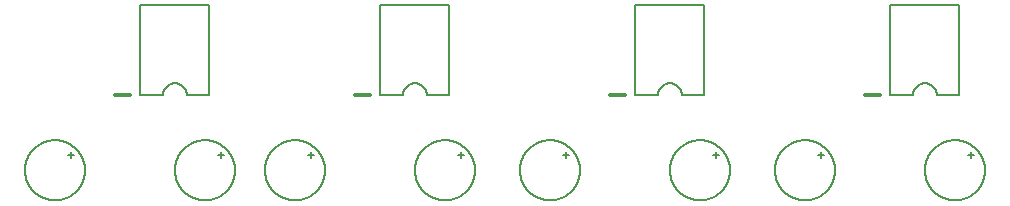
<source format=gbr>
G04 EAGLE Gerber RS-274X export*
G75*
%MOMM*%
%FSLAX34Y34*%
%LPD*%
%INSilkscreen Bottom*%
%IPPOS*%
%AMOC8*
5,1,8,0,0,1.08239X$1,22.5*%
G01*
%ADD10C,0.304800*%
%ADD11C,0.152400*%


D10*
X-127000Y-76200D02*
X-139700Y-76200D01*
X63500Y-76200D02*
X76200Y-76200D01*
X279400Y-76200D02*
X292100Y-76200D01*
X495300Y-76200D02*
X508000Y-76200D01*
D11*
X29210Y-127000D02*
X26670Y-127000D01*
X26670Y-129540D01*
X26670Y-127000D02*
X24130Y-127000D01*
X26670Y-127000D02*
X26670Y-124460D01*
X-12700Y-139700D02*
X-12692Y-139077D01*
X-12669Y-138454D01*
X-12631Y-137831D01*
X-12578Y-137210D01*
X-12509Y-136591D01*
X-12425Y-135973D01*
X-12326Y-135358D01*
X-12212Y-134745D01*
X-12083Y-134135D01*
X-11939Y-133528D01*
X-11780Y-132925D01*
X-11606Y-132327D01*
X-11418Y-131732D01*
X-11215Y-131143D01*
X-10998Y-130559D01*
X-10767Y-129980D01*
X-10521Y-129407D01*
X-10261Y-128840D01*
X-9988Y-128280D01*
X-9701Y-127727D01*
X-9400Y-127180D01*
X-9086Y-126642D01*
X-8759Y-126111D01*
X-8419Y-125589D01*
X-8067Y-125074D01*
X-7701Y-124569D01*
X-7324Y-124073D01*
X-6934Y-123586D01*
X-6533Y-123109D01*
X-6120Y-122642D01*
X-5696Y-122186D01*
X-5261Y-121739D01*
X-4814Y-121304D01*
X-4358Y-120880D01*
X-3891Y-120467D01*
X-3414Y-120066D01*
X-2927Y-119676D01*
X-2431Y-119299D01*
X-1926Y-118933D01*
X-1411Y-118581D01*
X-889Y-118241D01*
X-358Y-117914D01*
X180Y-117600D01*
X727Y-117299D01*
X1280Y-117012D01*
X1840Y-116739D01*
X2407Y-116479D01*
X2980Y-116233D01*
X3559Y-116002D01*
X4143Y-115785D01*
X4732Y-115582D01*
X5327Y-115394D01*
X5925Y-115220D01*
X6528Y-115061D01*
X7135Y-114917D01*
X7745Y-114788D01*
X8358Y-114674D01*
X8973Y-114575D01*
X9591Y-114491D01*
X10210Y-114422D01*
X10831Y-114369D01*
X11454Y-114331D01*
X12077Y-114308D01*
X12700Y-114300D01*
X13323Y-114308D01*
X13946Y-114331D01*
X14569Y-114369D01*
X15190Y-114422D01*
X15809Y-114491D01*
X16427Y-114575D01*
X17042Y-114674D01*
X17655Y-114788D01*
X18265Y-114917D01*
X18872Y-115061D01*
X19475Y-115220D01*
X20073Y-115394D01*
X20668Y-115582D01*
X21257Y-115785D01*
X21841Y-116002D01*
X22420Y-116233D01*
X22993Y-116479D01*
X23560Y-116739D01*
X24120Y-117012D01*
X24673Y-117299D01*
X25220Y-117600D01*
X25758Y-117914D01*
X26289Y-118241D01*
X26811Y-118581D01*
X27326Y-118933D01*
X27831Y-119299D01*
X28327Y-119676D01*
X28814Y-120066D01*
X29291Y-120467D01*
X29758Y-120880D01*
X30214Y-121304D01*
X30661Y-121739D01*
X31096Y-122186D01*
X31520Y-122642D01*
X31933Y-123109D01*
X32334Y-123586D01*
X32724Y-124073D01*
X33101Y-124569D01*
X33467Y-125074D01*
X33819Y-125589D01*
X34159Y-126111D01*
X34486Y-126642D01*
X34800Y-127180D01*
X35101Y-127727D01*
X35388Y-128280D01*
X35661Y-128840D01*
X35921Y-129407D01*
X36167Y-129980D01*
X36398Y-130559D01*
X36615Y-131143D01*
X36818Y-131732D01*
X37006Y-132327D01*
X37180Y-132925D01*
X37339Y-133528D01*
X37483Y-134135D01*
X37612Y-134745D01*
X37726Y-135358D01*
X37825Y-135973D01*
X37909Y-136591D01*
X37978Y-137210D01*
X38031Y-137831D01*
X38069Y-138454D01*
X38092Y-139077D01*
X38100Y-139700D01*
X38092Y-140323D01*
X38069Y-140946D01*
X38031Y-141569D01*
X37978Y-142190D01*
X37909Y-142809D01*
X37825Y-143427D01*
X37726Y-144042D01*
X37612Y-144655D01*
X37483Y-145265D01*
X37339Y-145872D01*
X37180Y-146475D01*
X37006Y-147073D01*
X36818Y-147668D01*
X36615Y-148257D01*
X36398Y-148841D01*
X36167Y-149420D01*
X35921Y-149993D01*
X35661Y-150560D01*
X35388Y-151120D01*
X35101Y-151673D01*
X34800Y-152220D01*
X34486Y-152758D01*
X34159Y-153289D01*
X33819Y-153811D01*
X33467Y-154326D01*
X33101Y-154831D01*
X32724Y-155327D01*
X32334Y-155814D01*
X31933Y-156291D01*
X31520Y-156758D01*
X31096Y-157214D01*
X30661Y-157661D01*
X30214Y-158096D01*
X29758Y-158520D01*
X29291Y-158933D01*
X28814Y-159334D01*
X28327Y-159724D01*
X27831Y-160101D01*
X27326Y-160467D01*
X26811Y-160819D01*
X26289Y-161159D01*
X25758Y-161486D01*
X25220Y-161800D01*
X24673Y-162101D01*
X24120Y-162388D01*
X23560Y-162661D01*
X22993Y-162921D01*
X22420Y-163167D01*
X21841Y-163398D01*
X21257Y-163615D01*
X20668Y-163818D01*
X20073Y-164006D01*
X19475Y-164180D01*
X18872Y-164339D01*
X18265Y-164483D01*
X17655Y-164612D01*
X17042Y-164726D01*
X16427Y-164825D01*
X15809Y-164909D01*
X15190Y-164978D01*
X14569Y-165031D01*
X13946Y-165069D01*
X13323Y-165092D01*
X12700Y-165100D01*
X12077Y-165092D01*
X11454Y-165069D01*
X10831Y-165031D01*
X10210Y-164978D01*
X9591Y-164909D01*
X8973Y-164825D01*
X8358Y-164726D01*
X7745Y-164612D01*
X7135Y-164483D01*
X6528Y-164339D01*
X5925Y-164180D01*
X5327Y-164006D01*
X4732Y-163818D01*
X4143Y-163615D01*
X3559Y-163398D01*
X2980Y-163167D01*
X2407Y-162921D01*
X1840Y-162661D01*
X1280Y-162388D01*
X727Y-162101D01*
X180Y-161800D01*
X-358Y-161486D01*
X-889Y-161159D01*
X-1411Y-160819D01*
X-1926Y-160467D01*
X-2431Y-160101D01*
X-2927Y-159724D01*
X-3414Y-159334D01*
X-3891Y-158933D01*
X-4358Y-158520D01*
X-4814Y-158096D01*
X-5261Y-157661D01*
X-5696Y-157214D01*
X-6120Y-156758D01*
X-6533Y-156291D01*
X-6934Y-155814D01*
X-7324Y-155327D01*
X-7701Y-154831D01*
X-8067Y-154326D01*
X-8419Y-153811D01*
X-8759Y-153289D01*
X-9086Y-152758D01*
X-9400Y-152220D01*
X-9701Y-151673D01*
X-9988Y-151120D01*
X-10261Y-150560D01*
X-10521Y-149993D01*
X-10767Y-149420D01*
X-10998Y-148841D01*
X-11215Y-148257D01*
X-11418Y-147668D01*
X-11606Y-147073D01*
X-11780Y-146475D01*
X-11939Y-145872D01*
X-12083Y-145265D01*
X-12212Y-144655D01*
X-12326Y-144042D01*
X-12425Y-143427D01*
X-12509Y-142809D01*
X-12578Y-142190D01*
X-12631Y-141569D01*
X-12669Y-140946D01*
X-12692Y-140323D01*
X-12700Y-139700D01*
X242570Y-127000D02*
X245110Y-127000D01*
X242570Y-127000D02*
X242570Y-129540D01*
X242570Y-127000D02*
X240030Y-127000D01*
X242570Y-127000D02*
X242570Y-124460D01*
X203200Y-139700D02*
X203208Y-139077D01*
X203231Y-138454D01*
X203269Y-137831D01*
X203322Y-137210D01*
X203391Y-136591D01*
X203475Y-135973D01*
X203574Y-135358D01*
X203688Y-134745D01*
X203817Y-134135D01*
X203961Y-133528D01*
X204120Y-132925D01*
X204294Y-132327D01*
X204482Y-131732D01*
X204685Y-131143D01*
X204902Y-130559D01*
X205133Y-129980D01*
X205379Y-129407D01*
X205639Y-128840D01*
X205912Y-128280D01*
X206199Y-127727D01*
X206500Y-127180D01*
X206814Y-126642D01*
X207141Y-126111D01*
X207481Y-125589D01*
X207833Y-125074D01*
X208199Y-124569D01*
X208576Y-124073D01*
X208966Y-123586D01*
X209367Y-123109D01*
X209780Y-122642D01*
X210204Y-122186D01*
X210639Y-121739D01*
X211086Y-121304D01*
X211542Y-120880D01*
X212009Y-120467D01*
X212486Y-120066D01*
X212973Y-119676D01*
X213469Y-119299D01*
X213974Y-118933D01*
X214489Y-118581D01*
X215011Y-118241D01*
X215542Y-117914D01*
X216080Y-117600D01*
X216627Y-117299D01*
X217180Y-117012D01*
X217740Y-116739D01*
X218307Y-116479D01*
X218880Y-116233D01*
X219459Y-116002D01*
X220043Y-115785D01*
X220632Y-115582D01*
X221227Y-115394D01*
X221825Y-115220D01*
X222428Y-115061D01*
X223035Y-114917D01*
X223645Y-114788D01*
X224258Y-114674D01*
X224873Y-114575D01*
X225491Y-114491D01*
X226110Y-114422D01*
X226731Y-114369D01*
X227354Y-114331D01*
X227977Y-114308D01*
X228600Y-114300D01*
X229223Y-114308D01*
X229846Y-114331D01*
X230469Y-114369D01*
X231090Y-114422D01*
X231709Y-114491D01*
X232327Y-114575D01*
X232942Y-114674D01*
X233555Y-114788D01*
X234165Y-114917D01*
X234772Y-115061D01*
X235375Y-115220D01*
X235973Y-115394D01*
X236568Y-115582D01*
X237157Y-115785D01*
X237741Y-116002D01*
X238320Y-116233D01*
X238893Y-116479D01*
X239460Y-116739D01*
X240020Y-117012D01*
X240573Y-117299D01*
X241120Y-117600D01*
X241658Y-117914D01*
X242189Y-118241D01*
X242711Y-118581D01*
X243226Y-118933D01*
X243731Y-119299D01*
X244227Y-119676D01*
X244714Y-120066D01*
X245191Y-120467D01*
X245658Y-120880D01*
X246114Y-121304D01*
X246561Y-121739D01*
X246996Y-122186D01*
X247420Y-122642D01*
X247833Y-123109D01*
X248234Y-123586D01*
X248624Y-124073D01*
X249001Y-124569D01*
X249367Y-125074D01*
X249719Y-125589D01*
X250059Y-126111D01*
X250386Y-126642D01*
X250700Y-127180D01*
X251001Y-127727D01*
X251288Y-128280D01*
X251561Y-128840D01*
X251821Y-129407D01*
X252067Y-129980D01*
X252298Y-130559D01*
X252515Y-131143D01*
X252718Y-131732D01*
X252906Y-132327D01*
X253080Y-132925D01*
X253239Y-133528D01*
X253383Y-134135D01*
X253512Y-134745D01*
X253626Y-135358D01*
X253725Y-135973D01*
X253809Y-136591D01*
X253878Y-137210D01*
X253931Y-137831D01*
X253969Y-138454D01*
X253992Y-139077D01*
X254000Y-139700D01*
X253992Y-140323D01*
X253969Y-140946D01*
X253931Y-141569D01*
X253878Y-142190D01*
X253809Y-142809D01*
X253725Y-143427D01*
X253626Y-144042D01*
X253512Y-144655D01*
X253383Y-145265D01*
X253239Y-145872D01*
X253080Y-146475D01*
X252906Y-147073D01*
X252718Y-147668D01*
X252515Y-148257D01*
X252298Y-148841D01*
X252067Y-149420D01*
X251821Y-149993D01*
X251561Y-150560D01*
X251288Y-151120D01*
X251001Y-151673D01*
X250700Y-152220D01*
X250386Y-152758D01*
X250059Y-153289D01*
X249719Y-153811D01*
X249367Y-154326D01*
X249001Y-154831D01*
X248624Y-155327D01*
X248234Y-155814D01*
X247833Y-156291D01*
X247420Y-156758D01*
X246996Y-157214D01*
X246561Y-157661D01*
X246114Y-158096D01*
X245658Y-158520D01*
X245191Y-158933D01*
X244714Y-159334D01*
X244227Y-159724D01*
X243731Y-160101D01*
X243226Y-160467D01*
X242711Y-160819D01*
X242189Y-161159D01*
X241658Y-161486D01*
X241120Y-161800D01*
X240573Y-162101D01*
X240020Y-162388D01*
X239460Y-162661D01*
X238893Y-162921D01*
X238320Y-163167D01*
X237741Y-163398D01*
X237157Y-163615D01*
X236568Y-163818D01*
X235973Y-164006D01*
X235375Y-164180D01*
X234772Y-164339D01*
X234165Y-164483D01*
X233555Y-164612D01*
X232942Y-164726D01*
X232327Y-164825D01*
X231709Y-164909D01*
X231090Y-164978D01*
X230469Y-165031D01*
X229846Y-165069D01*
X229223Y-165092D01*
X228600Y-165100D01*
X227977Y-165092D01*
X227354Y-165069D01*
X226731Y-165031D01*
X226110Y-164978D01*
X225491Y-164909D01*
X224873Y-164825D01*
X224258Y-164726D01*
X223645Y-164612D01*
X223035Y-164483D01*
X222428Y-164339D01*
X221825Y-164180D01*
X221227Y-164006D01*
X220632Y-163818D01*
X220043Y-163615D01*
X219459Y-163398D01*
X218880Y-163167D01*
X218307Y-162921D01*
X217740Y-162661D01*
X217180Y-162388D01*
X216627Y-162101D01*
X216080Y-161800D01*
X215542Y-161486D01*
X215011Y-161159D01*
X214489Y-160819D01*
X213974Y-160467D01*
X213469Y-160101D01*
X212973Y-159724D01*
X212486Y-159334D01*
X212009Y-158933D01*
X211542Y-158520D01*
X211086Y-158096D01*
X210639Y-157661D01*
X210204Y-157214D01*
X209780Y-156758D01*
X209367Y-156291D01*
X208966Y-155814D01*
X208576Y-155327D01*
X208199Y-154831D01*
X207833Y-154326D01*
X207481Y-153811D01*
X207141Y-153289D01*
X206814Y-152758D01*
X206500Y-152220D01*
X206199Y-151673D01*
X205912Y-151120D01*
X205639Y-150560D01*
X205379Y-149993D01*
X205133Y-149420D01*
X204902Y-148841D01*
X204685Y-148257D01*
X204482Y-147668D01*
X204294Y-147073D01*
X204120Y-146475D01*
X203961Y-145872D01*
X203817Y-145265D01*
X203688Y-144655D01*
X203574Y-144042D01*
X203475Y-143427D01*
X203391Y-142809D01*
X203322Y-142190D01*
X203269Y-141569D01*
X203231Y-140946D01*
X203208Y-140323D01*
X203200Y-139700D01*
X458470Y-127000D02*
X461010Y-127000D01*
X458470Y-127000D02*
X458470Y-129540D01*
X458470Y-127000D02*
X455930Y-127000D01*
X458470Y-127000D02*
X458470Y-124460D01*
X419100Y-139700D02*
X419108Y-139077D01*
X419131Y-138454D01*
X419169Y-137831D01*
X419222Y-137210D01*
X419291Y-136591D01*
X419375Y-135973D01*
X419474Y-135358D01*
X419588Y-134745D01*
X419717Y-134135D01*
X419861Y-133528D01*
X420020Y-132925D01*
X420194Y-132327D01*
X420382Y-131732D01*
X420585Y-131143D01*
X420802Y-130559D01*
X421033Y-129980D01*
X421279Y-129407D01*
X421539Y-128840D01*
X421812Y-128280D01*
X422099Y-127727D01*
X422400Y-127180D01*
X422714Y-126642D01*
X423041Y-126111D01*
X423381Y-125589D01*
X423733Y-125074D01*
X424099Y-124569D01*
X424476Y-124073D01*
X424866Y-123586D01*
X425267Y-123109D01*
X425680Y-122642D01*
X426104Y-122186D01*
X426539Y-121739D01*
X426986Y-121304D01*
X427442Y-120880D01*
X427909Y-120467D01*
X428386Y-120066D01*
X428873Y-119676D01*
X429369Y-119299D01*
X429874Y-118933D01*
X430389Y-118581D01*
X430911Y-118241D01*
X431442Y-117914D01*
X431980Y-117600D01*
X432527Y-117299D01*
X433080Y-117012D01*
X433640Y-116739D01*
X434207Y-116479D01*
X434780Y-116233D01*
X435359Y-116002D01*
X435943Y-115785D01*
X436532Y-115582D01*
X437127Y-115394D01*
X437725Y-115220D01*
X438328Y-115061D01*
X438935Y-114917D01*
X439545Y-114788D01*
X440158Y-114674D01*
X440773Y-114575D01*
X441391Y-114491D01*
X442010Y-114422D01*
X442631Y-114369D01*
X443254Y-114331D01*
X443877Y-114308D01*
X444500Y-114300D01*
X445123Y-114308D01*
X445746Y-114331D01*
X446369Y-114369D01*
X446990Y-114422D01*
X447609Y-114491D01*
X448227Y-114575D01*
X448842Y-114674D01*
X449455Y-114788D01*
X450065Y-114917D01*
X450672Y-115061D01*
X451275Y-115220D01*
X451873Y-115394D01*
X452468Y-115582D01*
X453057Y-115785D01*
X453641Y-116002D01*
X454220Y-116233D01*
X454793Y-116479D01*
X455360Y-116739D01*
X455920Y-117012D01*
X456473Y-117299D01*
X457020Y-117600D01*
X457558Y-117914D01*
X458089Y-118241D01*
X458611Y-118581D01*
X459126Y-118933D01*
X459631Y-119299D01*
X460127Y-119676D01*
X460614Y-120066D01*
X461091Y-120467D01*
X461558Y-120880D01*
X462014Y-121304D01*
X462461Y-121739D01*
X462896Y-122186D01*
X463320Y-122642D01*
X463733Y-123109D01*
X464134Y-123586D01*
X464524Y-124073D01*
X464901Y-124569D01*
X465267Y-125074D01*
X465619Y-125589D01*
X465959Y-126111D01*
X466286Y-126642D01*
X466600Y-127180D01*
X466901Y-127727D01*
X467188Y-128280D01*
X467461Y-128840D01*
X467721Y-129407D01*
X467967Y-129980D01*
X468198Y-130559D01*
X468415Y-131143D01*
X468618Y-131732D01*
X468806Y-132327D01*
X468980Y-132925D01*
X469139Y-133528D01*
X469283Y-134135D01*
X469412Y-134745D01*
X469526Y-135358D01*
X469625Y-135973D01*
X469709Y-136591D01*
X469778Y-137210D01*
X469831Y-137831D01*
X469869Y-138454D01*
X469892Y-139077D01*
X469900Y-139700D01*
X469892Y-140323D01*
X469869Y-140946D01*
X469831Y-141569D01*
X469778Y-142190D01*
X469709Y-142809D01*
X469625Y-143427D01*
X469526Y-144042D01*
X469412Y-144655D01*
X469283Y-145265D01*
X469139Y-145872D01*
X468980Y-146475D01*
X468806Y-147073D01*
X468618Y-147668D01*
X468415Y-148257D01*
X468198Y-148841D01*
X467967Y-149420D01*
X467721Y-149993D01*
X467461Y-150560D01*
X467188Y-151120D01*
X466901Y-151673D01*
X466600Y-152220D01*
X466286Y-152758D01*
X465959Y-153289D01*
X465619Y-153811D01*
X465267Y-154326D01*
X464901Y-154831D01*
X464524Y-155327D01*
X464134Y-155814D01*
X463733Y-156291D01*
X463320Y-156758D01*
X462896Y-157214D01*
X462461Y-157661D01*
X462014Y-158096D01*
X461558Y-158520D01*
X461091Y-158933D01*
X460614Y-159334D01*
X460127Y-159724D01*
X459631Y-160101D01*
X459126Y-160467D01*
X458611Y-160819D01*
X458089Y-161159D01*
X457558Y-161486D01*
X457020Y-161800D01*
X456473Y-162101D01*
X455920Y-162388D01*
X455360Y-162661D01*
X454793Y-162921D01*
X454220Y-163167D01*
X453641Y-163398D01*
X453057Y-163615D01*
X452468Y-163818D01*
X451873Y-164006D01*
X451275Y-164180D01*
X450672Y-164339D01*
X450065Y-164483D01*
X449455Y-164612D01*
X448842Y-164726D01*
X448227Y-164825D01*
X447609Y-164909D01*
X446990Y-164978D01*
X446369Y-165031D01*
X445746Y-165069D01*
X445123Y-165092D01*
X444500Y-165100D01*
X443877Y-165092D01*
X443254Y-165069D01*
X442631Y-165031D01*
X442010Y-164978D01*
X441391Y-164909D01*
X440773Y-164825D01*
X440158Y-164726D01*
X439545Y-164612D01*
X438935Y-164483D01*
X438328Y-164339D01*
X437725Y-164180D01*
X437127Y-164006D01*
X436532Y-163818D01*
X435943Y-163615D01*
X435359Y-163398D01*
X434780Y-163167D01*
X434207Y-162921D01*
X433640Y-162661D01*
X433080Y-162388D01*
X432527Y-162101D01*
X431980Y-161800D01*
X431442Y-161486D01*
X430911Y-161159D01*
X430389Y-160819D01*
X429874Y-160467D01*
X429369Y-160101D01*
X428873Y-159724D01*
X428386Y-159334D01*
X427909Y-158933D01*
X427442Y-158520D01*
X426986Y-158096D01*
X426539Y-157661D01*
X426104Y-157214D01*
X425680Y-156758D01*
X425267Y-156291D01*
X424866Y-155814D01*
X424476Y-155327D01*
X424099Y-154831D01*
X423733Y-154326D01*
X423381Y-153811D01*
X423041Y-153289D01*
X422714Y-152758D01*
X422400Y-152220D01*
X422099Y-151673D01*
X421812Y-151120D01*
X421539Y-150560D01*
X421279Y-149993D01*
X421033Y-149420D01*
X420802Y-148841D01*
X420585Y-148257D01*
X420382Y-147668D01*
X420194Y-147073D01*
X420020Y-146475D01*
X419861Y-145872D01*
X419717Y-145265D01*
X419588Y-144655D01*
X419474Y-144042D01*
X419375Y-143427D01*
X419291Y-142809D01*
X419222Y-142190D01*
X419169Y-141569D01*
X419131Y-140946D01*
X419108Y-140323D01*
X419100Y-139700D01*
X-47420Y-126460D02*
X-49959Y-126544D01*
X-49875Y-129082D01*
X-49959Y-126544D02*
X-52497Y-126628D01*
X-49959Y-126544D02*
X-50043Y-124005D01*
X-88900Y-139700D02*
X-88892Y-139077D01*
X-88869Y-138454D01*
X-88831Y-137831D01*
X-88778Y-137210D01*
X-88709Y-136591D01*
X-88625Y-135973D01*
X-88526Y-135358D01*
X-88412Y-134745D01*
X-88283Y-134135D01*
X-88139Y-133528D01*
X-87980Y-132925D01*
X-87806Y-132327D01*
X-87618Y-131732D01*
X-87415Y-131143D01*
X-87198Y-130559D01*
X-86967Y-129980D01*
X-86721Y-129407D01*
X-86461Y-128840D01*
X-86188Y-128280D01*
X-85901Y-127727D01*
X-85600Y-127180D01*
X-85286Y-126642D01*
X-84959Y-126111D01*
X-84619Y-125589D01*
X-84267Y-125074D01*
X-83901Y-124569D01*
X-83524Y-124073D01*
X-83134Y-123586D01*
X-82733Y-123109D01*
X-82320Y-122642D01*
X-81896Y-122186D01*
X-81461Y-121739D01*
X-81014Y-121304D01*
X-80558Y-120880D01*
X-80091Y-120467D01*
X-79614Y-120066D01*
X-79127Y-119676D01*
X-78631Y-119299D01*
X-78126Y-118933D01*
X-77611Y-118581D01*
X-77089Y-118241D01*
X-76558Y-117914D01*
X-76020Y-117600D01*
X-75473Y-117299D01*
X-74920Y-117012D01*
X-74360Y-116739D01*
X-73793Y-116479D01*
X-73220Y-116233D01*
X-72641Y-116002D01*
X-72057Y-115785D01*
X-71468Y-115582D01*
X-70873Y-115394D01*
X-70275Y-115220D01*
X-69672Y-115061D01*
X-69065Y-114917D01*
X-68455Y-114788D01*
X-67842Y-114674D01*
X-67227Y-114575D01*
X-66609Y-114491D01*
X-65990Y-114422D01*
X-65369Y-114369D01*
X-64746Y-114331D01*
X-64123Y-114308D01*
X-63500Y-114300D01*
X-62877Y-114308D01*
X-62254Y-114331D01*
X-61631Y-114369D01*
X-61010Y-114422D01*
X-60391Y-114491D01*
X-59773Y-114575D01*
X-59158Y-114674D01*
X-58545Y-114788D01*
X-57935Y-114917D01*
X-57328Y-115061D01*
X-56725Y-115220D01*
X-56127Y-115394D01*
X-55532Y-115582D01*
X-54943Y-115785D01*
X-54359Y-116002D01*
X-53780Y-116233D01*
X-53207Y-116479D01*
X-52640Y-116739D01*
X-52080Y-117012D01*
X-51527Y-117299D01*
X-50980Y-117600D01*
X-50442Y-117914D01*
X-49911Y-118241D01*
X-49389Y-118581D01*
X-48874Y-118933D01*
X-48369Y-119299D01*
X-47873Y-119676D01*
X-47386Y-120066D01*
X-46909Y-120467D01*
X-46442Y-120880D01*
X-45986Y-121304D01*
X-45539Y-121739D01*
X-45104Y-122186D01*
X-44680Y-122642D01*
X-44267Y-123109D01*
X-43866Y-123586D01*
X-43476Y-124073D01*
X-43099Y-124569D01*
X-42733Y-125074D01*
X-42381Y-125589D01*
X-42041Y-126111D01*
X-41714Y-126642D01*
X-41400Y-127180D01*
X-41099Y-127727D01*
X-40812Y-128280D01*
X-40539Y-128840D01*
X-40279Y-129407D01*
X-40033Y-129980D01*
X-39802Y-130559D01*
X-39585Y-131143D01*
X-39382Y-131732D01*
X-39194Y-132327D01*
X-39020Y-132925D01*
X-38861Y-133528D01*
X-38717Y-134135D01*
X-38588Y-134745D01*
X-38474Y-135358D01*
X-38375Y-135973D01*
X-38291Y-136591D01*
X-38222Y-137210D01*
X-38169Y-137831D01*
X-38131Y-138454D01*
X-38108Y-139077D01*
X-38100Y-139700D01*
X-38108Y-140323D01*
X-38131Y-140946D01*
X-38169Y-141569D01*
X-38222Y-142190D01*
X-38291Y-142809D01*
X-38375Y-143427D01*
X-38474Y-144042D01*
X-38588Y-144655D01*
X-38717Y-145265D01*
X-38861Y-145872D01*
X-39020Y-146475D01*
X-39194Y-147073D01*
X-39382Y-147668D01*
X-39585Y-148257D01*
X-39802Y-148841D01*
X-40033Y-149420D01*
X-40279Y-149993D01*
X-40539Y-150560D01*
X-40812Y-151120D01*
X-41099Y-151673D01*
X-41400Y-152220D01*
X-41714Y-152758D01*
X-42041Y-153289D01*
X-42381Y-153811D01*
X-42733Y-154326D01*
X-43099Y-154831D01*
X-43476Y-155327D01*
X-43866Y-155814D01*
X-44267Y-156291D01*
X-44680Y-156758D01*
X-45104Y-157214D01*
X-45539Y-157661D01*
X-45986Y-158096D01*
X-46442Y-158520D01*
X-46909Y-158933D01*
X-47386Y-159334D01*
X-47873Y-159724D01*
X-48369Y-160101D01*
X-48874Y-160467D01*
X-49389Y-160819D01*
X-49911Y-161159D01*
X-50442Y-161486D01*
X-50980Y-161800D01*
X-51527Y-162101D01*
X-52080Y-162388D01*
X-52640Y-162661D01*
X-53207Y-162921D01*
X-53780Y-163167D01*
X-54359Y-163398D01*
X-54943Y-163615D01*
X-55532Y-163818D01*
X-56127Y-164006D01*
X-56725Y-164180D01*
X-57328Y-164339D01*
X-57935Y-164483D01*
X-58545Y-164612D01*
X-59158Y-164726D01*
X-59773Y-164825D01*
X-60391Y-164909D01*
X-61010Y-164978D01*
X-61631Y-165031D01*
X-62254Y-165069D01*
X-62877Y-165092D01*
X-63500Y-165100D01*
X-64123Y-165092D01*
X-64746Y-165069D01*
X-65369Y-165031D01*
X-65990Y-164978D01*
X-66609Y-164909D01*
X-67227Y-164825D01*
X-67842Y-164726D01*
X-68455Y-164612D01*
X-69065Y-164483D01*
X-69672Y-164339D01*
X-70275Y-164180D01*
X-70873Y-164006D01*
X-71468Y-163818D01*
X-72057Y-163615D01*
X-72641Y-163398D01*
X-73220Y-163167D01*
X-73793Y-162921D01*
X-74360Y-162661D01*
X-74920Y-162388D01*
X-75473Y-162101D01*
X-76020Y-161800D01*
X-76558Y-161486D01*
X-77089Y-161159D01*
X-77611Y-160819D01*
X-78126Y-160467D01*
X-78631Y-160101D01*
X-79127Y-159724D01*
X-79614Y-159334D01*
X-80091Y-158933D01*
X-80558Y-158520D01*
X-81014Y-158096D01*
X-81461Y-157661D01*
X-81896Y-157214D01*
X-82320Y-156758D01*
X-82733Y-156291D01*
X-83134Y-155814D01*
X-83524Y-155327D01*
X-83901Y-154831D01*
X-84267Y-154326D01*
X-84619Y-153811D01*
X-84959Y-153289D01*
X-85286Y-152758D01*
X-85600Y-152220D01*
X-85901Y-151673D01*
X-86188Y-151120D01*
X-86461Y-150560D01*
X-86721Y-149993D01*
X-86967Y-149420D01*
X-87198Y-148841D01*
X-87415Y-148257D01*
X-87618Y-147668D01*
X-87806Y-147073D01*
X-87980Y-146475D01*
X-88139Y-145872D01*
X-88283Y-145265D01*
X-88412Y-144655D01*
X-88526Y-144042D01*
X-88625Y-143427D01*
X-88709Y-142809D01*
X-88778Y-142190D01*
X-88831Y-141569D01*
X-88869Y-140946D01*
X-88892Y-140323D01*
X-88900Y-139700D01*
X153670Y-127000D02*
X156210Y-127000D01*
X153670Y-127000D02*
X153670Y-129540D01*
X153670Y-127000D02*
X151130Y-127000D01*
X153670Y-127000D02*
X153670Y-124460D01*
X114300Y-139700D02*
X114308Y-139077D01*
X114331Y-138454D01*
X114369Y-137831D01*
X114422Y-137210D01*
X114491Y-136591D01*
X114575Y-135973D01*
X114674Y-135358D01*
X114788Y-134745D01*
X114917Y-134135D01*
X115061Y-133528D01*
X115220Y-132925D01*
X115394Y-132327D01*
X115582Y-131732D01*
X115785Y-131143D01*
X116002Y-130559D01*
X116233Y-129980D01*
X116479Y-129407D01*
X116739Y-128840D01*
X117012Y-128280D01*
X117299Y-127727D01*
X117600Y-127180D01*
X117914Y-126642D01*
X118241Y-126111D01*
X118581Y-125589D01*
X118933Y-125074D01*
X119299Y-124569D01*
X119676Y-124073D01*
X120066Y-123586D01*
X120467Y-123109D01*
X120880Y-122642D01*
X121304Y-122186D01*
X121739Y-121739D01*
X122186Y-121304D01*
X122642Y-120880D01*
X123109Y-120467D01*
X123586Y-120066D01*
X124073Y-119676D01*
X124569Y-119299D01*
X125074Y-118933D01*
X125589Y-118581D01*
X126111Y-118241D01*
X126642Y-117914D01*
X127180Y-117600D01*
X127727Y-117299D01*
X128280Y-117012D01*
X128840Y-116739D01*
X129407Y-116479D01*
X129980Y-116233D01*
X130559Y-116002D01*
X131143Y-115785D01*
X131732Y-115582D01*
X132327Y-115394D01*
X132925Y-115220D01*
X133528Y-115061D01*
X134135Y-114917D01*
X134745Y-114788D01*
X135358Y-114674D01*
X135973Y-114575D01*
X136591Y-114491D01*
X137210Y-114422D01*
X137831Y-114369D01*
X138454Y-114331D01*
X139077Y-114308D01*
X139700Y-114300D01*
X140323Y-114308D01*
X140946Y-114331D01*
X141569Y-114369D01*
X142190Y-114422D01*
X142809Y-114491D01*
X143427Y-114575D01*
X144042Y-114674D01*
X144655Y-114788D01*
X145265Y-114917D01*
X145872Y-115061D01*
X146475Y-115220D01*
X147073Y-115394D01*
X147668Y-115582D01*
X148257Y-115785D01*
X148841Y-116002D01*
X149420Y-116233D01*
X149993Y-116479D01*
X150560Y-116739D01*
X151120Y-117012D01*
X151673Y-117299D01*
X152220Y-117600D01*
X152758Y-117914D01*
X153289Y-118241D01*
X153811Y-118581D01*
X154326Y-118933D01*
X154831Y-119299D01*
X155327Y-119676D01*
X155814Y-120066D01*
X156291Y-120467D01*
X156758Y-120880D01*
X157214Y-121304D01*
X157661Y-121739D01*
X158096Y-122186D01*
X158520Y-122642D01*
X158933Y-123109D01*
X159334Y-123586D01*
X159724Y-124073D01*
X160101Y-124569D01*
X160467Y-125074D01*
X160819Y-125589D01*
X161159Y-126111D01*
X161486Y-126642D01*
X161800Y-127180D01*
X162101Y-127727D01*
X162388Y-128280D01*
X162661Y-128840D01*
X162921Y-129407D01*
X163167Y-129980D01*
X163398Y-130559D01*
X163615Y-131143D01*
X163818Y-131732D01*
X164006Y-132327D01*
X164180Y-132925D01*
X164339Y-133528D01*
X164483Y-134135D01*
X164612Y-134745D01*
X164726Y-135358D01*
X164825Y-135973D01*
X164909Y-136591D01*
X164978Y-137210D01*
X165031Y-137831D01*
X165069Y-138454D01*
X165092Y-139077D01*
X165100Y-139700D01*
X165092Y-140323D01*
X165069Y-140946D01*
X165031Y-141569D01*
X164978Y-142190D01*
X164909Y-142809D01*
X164825Y-143427D01*
X164726Y-144042D01*
X164612Y-144655D01*
X164483Y-145265D01*
X164339Y-145872D01*
X164180Y-146475D01*
X164006Y-147073D01*
X163818Y-147668D01*
X163615Y-148257D01*
X163398Y-148841D01*
X163167Y-149420D01*
X162921Y-149993D01*
X162661Y-150560D01*
X162388Y-151120D01*
X162101Y-151673D01*
X161800Y-152220D01*
X161486Y-152758D01*
X161159Y-153289D01*
X160819Y-153811D01*
X160467Y-154326D01*
X160101Y-154831D01*
X159724Y-155327D01*
X159334Y-155814D01*
X158933Y-156291D01*
X158520Y-156758D01*
X158096Y-157214D01*
X157661Y-157661D01*
X157214Y-158096D01*
X156758Y-158520D01*
X156291Y-158933D01*
X155814Y-159334D01*
X155327Y-159724D01*
X154831Y-160101D01*
X154326Y-160467D01*
X153811Y-160819D01*
X153289Y-161159D01*
X152758Y-161486D01*
X152220Y-161800D01*
X151673Y-162101D01*
X151120Y-162388D01*
X150560Y-162661D01*
X149993Y-162921D01*
X149420Y-163167D01*
X148841Y-163398D01*
X148257Y-163615D01*
X147668Y-163818D01*
X147073Y-164006D01*
X146475Y-164180D01*
X145872Y-164339D01*
X145265Y-164483D01*
X144655Y-164612D01*
X144042Y-164726D01*
X143427Y-164825D01*
X142809Y-164909D01*
X142190Y-164978D01*
X141569Y-165031D01*
X140946Y-165069D01*
X140323Y-165092D01*
X139700Y-165100D01*
X139077Y-165092D01*
X138454Y-165069D01*
X137831Y-165031D01*
X137210Y-164978D01*
X136591Y-164909D01*
X135973Y-164825D01*
X135358Y-164726D01*
X134745Y-164612D01*
X134135Y-164483D01*
X133528Y-164339D01*
X132925Y-164180D01*
X132327Y-164006D01*
X131732Y-163818D01*
X131143Y-163615D01*
X130559Y-163398D01*
X129980Y-163167D01*
X129407Y-162921D01*
X128840Y-162661D01*
X128280Y-162388D01*
X127727Y-162101D01*
X127180Y-161800D01*
X126642Y-161486D01*
X126111Y-161159D01*
X125589Y-160819D01*
X125074Y-160467D01*
X124569Y-160101D01*
X124073Y-159724D01*
X123586Y-159334D01*
X123109Y-158933D01*
X122642Y-158520D01*
X122186Y-158096D01*
X121739Y-157661D01*
X121304Y-157214D01*
X120880Y-156758D01*
X120467Y-156291D01*
X120066Y-155814D01*
X119676Y-155327D01*
X119299Y-154831D01*
X118933Y-154326D01*
X118581Y-153811D01*
X118241Y-153289D01*
X117914Y-152758D01*
X117600Y-152220D01*
X117299Y-151673D01*
X117012Y-151120D01*
X116739Y-150560D01*
X116479Y-149993D01*
X116233Y-149420D01*
X116002Y-148841D01*
X115785Y-148257D01*
X115582Y-147668D01*
X115394Y-147073D01*
X115220Y-146475D01*
X115061Y-145872D01*
X114917Y-145265D01*
X114788Y-144655D01*
X114674Y-144042D01*
X114575Y-143427D01*
X114491Y-142809D01*
X114422Y-142190D01*
X114369Y-141569D01*
X114331Y-140946D01*
X114308Y-140323D01*
X114300Y-139700D01*
X369570Y-127000D02*
X372110Y-127000D01*
X369570Y-127000D02*
X369570Y-129540D01*
X369570Y-127000D02*
X367030Y-127000D01*
X369570Y-127000D02*
X369570Y-124460D01*
X330200Y-139700D02*
X330208Y-139077D01*
X330231Y-138454D01*
X330269Y-137831D01*
X330322Y-137210D01*
X330391Y-136591D01*
X330475Y-135973D01*
X330574Y-135358D01*
X330688Y-134745D01*
X330817Y-134135D01*
X330961Y-133528D01*
X331120Y-132925D01*
X331294Y-132327D01*
X331482Y-131732D01*
X331685Y-131143D01*
X331902Y-130559D01*
X332133Y-129980D01*
X332379Y-129407D01*
X332639Y-128840D01*
X332912Y-128280D01*
X333199Y-127727D01*
X333500Y-127180D01*
X333814Y-126642D01*
X334141Y-126111D01*
X334481Y-125589D01*
X334833Y-125074D01*
X335199Y-124569D01*
X335576Y-124073D01*
X335966Y-123586D01*
X336367Y-123109D01*
X336780Y-122642D01*
X337204Y-122186D01*
X337639Y-121739D01*
X338086Y-121304D01*
X338542Y-120880D01*
X339009Y-120467D01*
X339486Y-120066D01*
X339973Y-119676D01*
X340469Y-119299D01*
X340974Y-118933D01*
X341489Y-118581D01*
X342011Y-118241D01*
X342542Y-117914D01*
X343080Y-117600D01*
X343627Y-117299D01*
X344180Y-117012D01*
X344740Y-116739D01*
X345307Y-116479D01*
X345880Y-116233D01*
X346459Y-116002D01*
X347043Y-115785D01*
X347632Y-115582D01*
X348227Y-115394D01*
X348825Y-115220D01*
X349428Y-115061D01*
X350035Y-114917D01*
X350645Y-114788D01*
X351258Y-114674D01*
X351873Y-114575D01*
X352491Y-114491D01*
X353110Y-114422D01*
X353731Y-114369D01*
X354354Y-114331D01*
X354977Y-114308D01*
X355600Y-114300D01*
X356223Y-114308D01*
X356846Y-114331D01*
X357469Y-114369D01*
X358090Y-114422D01*
X358709Y-114491D01*
X359327Y-114575D01*
X359942Y-114674D01*
X360555Y-114788D01*
X361165Y-114917D01*
X361772Y-115061D01*
X362375Y-115220D01*
X362973Y-115394D01*
X363568Y-115582D01*
X364157Y-115785D01*
X364741Y-116002D01*
X365320Y-116233D01*
X365893Y-116479D01*
X366460Y-116739D01*
X367020Y-117012D01*
X367573Y-117299D01*
X368120Y-117600D01*
X368658Y-117914D01*
X369189Y-118241D01*
X369711Y-118581D01*
X370226Y-118933D01*
X370731Y-119299D01*
X371227Y-119676D01*
X371714Y-120066D01*
X372191Y-120467D01*
X372658Y-120880D01*
X373114Y-121304D01*
X373561Y-121739D01*
X373996Y-122186D01*
X374420Y-122642D01*
X374833Y-123109D01*
X375234Y-123586D01*
X375624Y-124073D01*
X376001Y-124569D01*
X376367Y-125074D01*
X376719Y-125589D01*
X377059Y-126111D01*
X377386Y-126642D01*
X377700Y-127180D01*
X378001Y-127727D01*
X378288Y-128280D01*
X378561Y-128840D01*
X378821Y-129407D01*
X379067Y-129980D01*
X379298Y-130559D01*
X379515Y-131143D01*
X379718Y-131732D01*
X379906Y-132327D01*
X380080Y-132925D01*
X380239Y-133528D01*
X380383Y-134135D01*
X380512Y-134745D01*
X380626Y-135358D01*
X380725Y-135973D01*
X380809Y-136591D01*
X380878Y-137210D01*
X380931Y-137831D01*
X380969Y-138454D01*
X380992Y-139077D01*
X381000Y-139700D01*
X380992Y-140323D01*
X380969Y-140946D01*
X380931Y-141569D01*
X380878Y-142190D01*
X380809Y-142809D01*
X380725Y-143427D01*
X380626Y-144042D01*
X380512Y-144655D01*
X380383Y-145265D01*
X380239Y-145872D01*
X380080Y-146475D01*
X379906Y-147073D01*
X379718Y-147668D01*
X379515Y-148257D01*
X379298Y-148841D01*
X379067Y-149420D01*
X378821Y-149993D01*
X378561Y-150560D01*
X378288Y-151120D01*
X378001Y-151673D01*
X377700Y-152220D01*
X377386Y-152758D01*
X377059Y-153289D01*
X376719Y-153811D01*
X376367Y-154326D01*
X376001Y-154831D01*
X375624Y-155327D01*
X375234Y-155814D01*
X374833Y-156291D01*
X374420Y-156758D01*
X373996Y-157214D01*
X373561Y-157661D01*
X373114Y-158096D01*
X372658Y-158520D01*
X372191Y-158933D01*
X371714Y-159334D01*
X371227Y-159724D01*
X370731Y-160101D01*
X370226Y-160467D01*
X369711Y-160819D01*
X369189Y-161159D01*
X368658Y-161486D01*
X368120Y-161800D01*
X367573Y-162101D01*
X367020Y-162388D01*
X366460Y-162661D01*
X365893Y-162921D01*
X365320Y-163167D01*
X364741Y-163398D01*
X364157Y-163615D01*
X363568Y-163818D01*
X362973Y-164006D01*
X362375Y-164180D01*
X361772Y-164339D01*
X361165Y-164483D01*
X360555Y-164612D01*
X359942Y-164726D01*
X359327Y-164825D01*
X358709Y-164909D01*
X358090Y-164978D01*
X357469Y-165031D01*
X356846Y-165069D01*
X356223Y-165092D01*
X355600Y-165100D01*
X354977Y-165092D01*
X354354Y-165069D01*
X353731Y-165031D01*
X353110Y-164978D01*
X352491Y-164909D01*
X351873Y-164825D01*
X351258Y-164726D01*
X350645Y-164612D01*
X350035Y-164483D01*
X349428Y-164339D01*
X348825Y-164180D01*
X348227Y-164006D01*
X347632Y-163818D01*
X347043Y-163615D01*
X346459Y-163398D01*
X345880Y-163167D01*
X345307Y-162921D01*
X344740Y-162661D01*
X344180Y-162388D01*
X343627Y-162101D01*
X343080Y-161800D01*
X342542Y-161486D01*
X342011Y-161159D01*
X341489Y-160819D01*
X340974Y-160467D01*
X340469Y-160101D01*
X339973Y-159724D01*
X339486Y-159334D01*
X339009Y-158933D01*
X338542Y-158520D01*
X338086Y-158096D01*
X337639Y-157661D01*
X337204Y-157214D01*
X336780Y-156758D01*
X336367Y-156291D01*
X335966Y-155814D01*
X335576Y-155327D01*
X335199Y-154831D01*
X334833Y-154326D01*
X334481Y-153811D01*
X334141Y-153289D01*
X333814Y-152758D01*
X333500Y-152220D01*
X333199Y-151673D01*
X332912Y-151120D01*
X332639Y-150560D01*
X332379Y-149993D01*
X332133Y-149420D01*
X331902Y-148841D01*
X331685Y-148257D01*
X331482Y-147668D01*
X331294Y-147073D01*
X331120Y-146475D01*
X330961Y-145872D01*
X330817Y-145265D01*
X330688Y-144655D01*
X330574Y-144042D01*
X330475Y-143427D01*
X330391Y-142809D01*
X330322Y-142190D01*
X330269Y-141569D01*
X330231Y-140946D01*
X330208Y-140323D01*
X330200Y-139700D01*
X585470Y-127000D02*
X588010Y-127000D01*
X585470Y-127000D02*
X585470Y-129540D01*
X585470Y-127000D02*
X582930Y-127000D01*
X585470Y-127000D02*
X585470Y-124460D01*
X546100Y-139700D02*
X546108Y-139077D01*
X546131Y-138454D01*
X546169Y-137831D01*
X546222Y-137210D01*
X546291Y-136591D01*
X546375Y-135973D01*
X546474Y-135358D01*
X546588Y-134745D01*
X546717Y-134135D01*
X546861Y-133528D01*
X547020Y-132925D01*
X547194Y-132327D01*
X547382Y-131732D01*
X547585Y-131143D01*
X547802Y-130559D01*
X548033Y-129980D01*
X548279Y-129407D01*
X548539Y-128840D01*
X548812Y-128280D01*
X549099Y-127727D01*
X549400Y-127180D01*
X549714Y-126642D01*
X550041Y-126111D01*
X550381Y-125589D01*
X550733Y-125074D01*
X551099Y-124569D01*
X551476Y-124073D01*
X551866Y-123586D01*
X552267Y-123109D01*
X552680Y-122642D01*
X553104Y-122186D01*
X553539Y-121739D01*
X553986Y-121304D01*
X554442Y-120880D01*
X554909Y-120467D01*
X555386Y-120066D01*
X555873Y-119676D01*
X556369Y-119299D01*
X556874Y-118933D01*
X557389Y-118581D01*
X557911Y-118241D01*
X558442Y-117914D01*
X558980Y-117600D01*
X559527Y-117299D01*
X560080Y-117012D01*
X560640Y-116739D01*
X561207Y-116479D01*
X561780Y-116233D01*
X562359Y-116002D01*
X562943Y-115785D01*
X563532Y-115582D01*
X564127Y-115394D01*
X564725Y-115220D01*
X565328Y-115061D01*
X565935Y-114917D01*
X566545Y-114788D01*
X567158Y-114674D01*
X567773Y-114575D01*
X568391Y-114491D01*
X569010Y-114422D01*
X569631Y-114369D01*
X570254Y-114331D01*
X570877Y-114308D01*
X571500Y-114300D01*
X572123Y-114308D01*
X572746Y-114331D01*
X573369Y-114369D01*
X573990Y-114422D01*
X574609Y-114491D01*
X575227Y-114575D01*
X575842Y-114674D01*
X576455Y-114788D01*
X577065Y-114917D01*
X577672Y-115061D01*
X578275Y-115220D01*
X578873Y-115394D01*
X579468Y-115582D01*
X580057Y-115785D01*
X580641Y-116002D01*
X581220Y-116233D01*
X581793Y-116479D01*
X582360Y-116739D01*
X582920Y-117012D01*
X583473Y-117299D01*
X584020Y-117600D01*
X584558Y-117914D01*
X585089Y-118241D01*
X585611Y-118581D01*
X586126Y-118933D01*
X586631Y-119299D01*
X587127Y-119676D01*
X587614Y-120066D01*
X588091Y-120467D01*
X588558Y-120880D01*
X589014Y-121304D01*
X589461Y-121739D01*
X589896Y-122186D01*
X590320Y-122642D01*
X590733Y-123109D01*
X591134Y-123586D01*
X591524Y-124073D01*
X591901Y-124569D01*
X592267Y-125074D01*
X592619Y-125589D01*
X592959Y-126111D01*
X593286Y-126642D01*
X593600Y-127180D01*
X593901Y-127727D01*
X594188Y-128280D01*
X594461Y-128840D01*
X594721Y-129407D01*
X594967Y-129980D01*
X595198Y-130559D01*
X595415Y-131143D01*
X595618Y-131732D01*
X595806Y-132327D01*
X595980Y-132925D01*
X596139Y-133528D01*
X596283Y-134135D01*
X596412Y-134745D01*
X596526Y-135358D01*
X596625Y-135973D01*
X596709Y-136591D01*
X596778Y-137210D01*
X596831Y-137831D01*
X596869Y-138454D01*
X596892Y-139077D01*
X596900Y-139700D01*
X596892Y-140323D01*
X596869Y-140946D01*
X596831Y-141569D01*
X596778Y-142190D01*
X596709Y-142809D01*
X596625Y-143427D01*
X596526Y-144042D01*
X596412Y-144655D01*
X596283Y-145265D01*
X596139Y-145872D01*
X595980Y-146475D01*
X595806Y-147073D01*
X595618Y-147668D01*
X595415Y-148257D01*
X595198Y-148841D01*
X594967Y-149420D01*
X594721Y-149993D01*
X594461Y-150560D01*
X594188Y-151120D01*
X593901Y-151673D01*
X593600Y-152220D01*
X593286Y-152758D01*
X592959Y-153289D01*
X592619Y-153811D01*
X592267Y-154326D01*
X591901Y-154831D01*
X591524Y-155327D01*
X591134Y-155814D01*
X590733Y-156291D01*
X590320Y-156758D01*
X589896Y-157214D01*
X589461Y-157661D01*
X589014Y-158096D01*
X588558Y-158520D01*
X588091Y-158933D01*
X587614Y-159334D01*
X587127Y-159724D01*
X586631Y-160101D01*
X586126Y-160467D01*
X585611Y-160819D01*
X585089Y-161159D01*
X584558Y-161486D01*
X584020Y-161800D01*
X583473Y-162101D01*
X582920Y-162388D01*
X582360Y-162661D01*
X581793Y-162921D01*
X581220Y-163167D01*
X580641Y-163398D01*
X580057Y-163615D01*
X579468Y-163818D01*
X578873Y-164006D01*
X578275Y-164180D01*
X577672Y-164339D01*
X577065Y-164483D01*
X576455Y-164612D01*
X575842Y-164726D01*
X575227Y-164825D01*
X574609Y-164909D01*
X573990Y-164978D01*
X573369Y-165031D01*
X572746Y-165069D01*
X572123Y-165092D01*
X571500Y-165100D01*
X570877Y-165092D01*
X570254Y-165069D01*
X569631Y-165031D01*
X569010Y-164978D01*
X568391Y-164909D01*
X567773Y-164825D01*
X567158Y-164726D01*
X566545Y-164612D01*
X565935Y-164483D01*
X565328Y-164339D01*
X564725Y-164180D01*
X564127Y-164006D01*
X563532Y-163818D01*
X562943Y-163615D01*
X562359Y-163398D01*
X561780Y-163167D01*
X561207Y-162921D01*
X560640Y-162661D01*
X560080Y-162388D01*
X559527Y-162101D01*
X558980Y-161800D01*
X558442Y-161486D01*
X557911Y-161159D01*
X557389Y-160819D01*
X556874Y-160467D01*
X556369Y-160101D01*
X555873Y-159724D01*
X555386Y-159334D01*
X554909Y-158933D01*
X554442Y-158520D01*
X553986Y-158096D01*
X553539Y-157661D01*
X553104Y-157214D01*
X552680Y-156758D01*
X552267Y-156291D01*
X551866Y-155814D01*
X551476Y-155327D01*
X551099Y-154831D01*
X550733Y-154326D01*
X550381Y-153811D01*
X550041Y-153289D01*
X549714Y-152758D01*
X549400Y-152220D01*
X549099Y-151673D01*
X548812Y-151120D01*
X548539Y-150560D01*
X548279Y-149993D01*
X548033Y-149420D01*
X547802Y-148841D01*
X547585Y-148257D01*
X547382Y-147668D01*
X547194Y-147073D01*
X547020Y-146475D01*
X546861Y-145872D01*
X546717Y-145265D01*
X546588Y-144655D01*
X546474Y-144042D01*
X546375Y-143427D01*
X546291Y-142809D01*
X546222Y-142190D01*
X546169Y-141569D01*
X546131Y-140946D01*
X546108Y-140323D01*
X546100Y-139700D01*
X-173990Y-127000D02*
X-176530Y-127000D01*
X-176530Y-129540D01*
X-176530Y-127000D02*
X-179070Y-127000D01*
X-176530Y-127000D02*
X-176530Y-124460D01*
X-215900Y-139700D02*
X-215892Y-139077D01*
X-215869Y-138454D01*
X-215831Y-137831D01*
X-215778Y-137210D01*
X-215709Y-136591D01*
X-215625Y-135973D01*
X-215526Y-135358D01*
X-215412Y-134745D01*
X-215283Y-134135D01*
X-215139Y-133528D01*
X-214980Y-132925D01*
X-214806Y-132327D01*
X-214618Y-131732D01*
X-214415Y-131143D01*
X-214198Y-130559D01*
X-213967Y-129980D01*
X-213721Y-129407D01*
X-213461Y-128840D01*
X-213188Y-128280D01*
X-212901Y-127727D01*
X-212600Y-127180D01*
X-212286Y-126642D01*
X-211959Y-126111D01*
X-211619Y-125589D01*
X-211267Y-125074D01*
X-210901Y-124569D01*
X-210524Y-124073D01*
X-210134Y-123586D01*
X-209733Y-123109D01*
X-209320Y-122642D01*
X-208896Y-122186D01*
X-208461Y-121739D01*
X-208014Y-121304D01*
X-207558Y-120880D01*
X-207091Y-120467D01*
X-206614Y-120066D01*
X-206127Y-119676D01*
X-205631Y-119299D01*
X-205126Y-118933D01*
X-204611Y-118581D01*
X-204089Y-118241D01*
X-203558Y-117914D01*
X-203020Y-117600D01*
X-202473Y-117299D01*
X-201920Y-117012D01*
X-201360Y-116739D01*
X-200793Y-116479D01*
X-200220Y-116233D01*
X-199641Y-116002D01*
X-199057Y-115785D01*
X-198468Y-115582D01*
X-197873Y-115394D01*
X-197275Y-115220D01*
X-196672Y-115061D01*
X-196065Y-114917D01*
X-195455Y-114788D01*
X-194842Y-114674D01*
X-194227Y-114575D01*
X-193609Y-114491D01*
X-192990Y-114422D01*
X-192369Y-114369D01*
X-191746Y-114331D01*
X-191123Y-114308D01*
X-190500Y-114300D01*
X-189877Y-114308D01*
X-189254Y-114331D01*
X-188631Y-114369D01*
X-188010Y-114422D01*
X-187391Y-114491D01*
X-186773Y-114575D01*
X-186158Y-114674D01*
X-185545Y-114788D01*
X-184935Y-114917D01*
X-184328Y-115061D01*
X-183725Y-115220D01*
X-183127Y-115394D01*
X-182532Y-115582D01*
X-181943Y-115785D01*
X-181359Y-116002D01*
X-180780Y-116233D01*
X-180207Y-116479D01*
X-179640Y-116739D01*
X-179080Y-117012D01*
X-178527Y-117299D01*
X-177980Y-117600D01*
X-177442Y-117914D01*
X-176911Y-118241D01*
X-176389Y-118581D01*
X-175874Y-118933D01*
X-175369Y-119299D01*
X-174873Y-119676D01*
X-174386Y-120066D01*
X-173909Y-120467D01*
X-173442Y-120880D01*
X-172986Y-121304D01*
X-172539Y-121739D01*
X-172104Y-122186D01*
X-171680Y-122642D01*
X-171267Y-123109D01*
X-170866Y-123586D01*
X-170476Y-124073D01*
X-170099Y-124569D01*
X-169733Y-125074D01*
X-169381Y-125589D01*
X-169041Y-126111D01*
X-168714Y-126642D01*
X-168400Y-127180D01*
X-168099Y-127727D01*
X-167812Y-128280D01*
X-167539Y-128840D01*
X-167279Y-129407D01*
X-167033Y-129980D01*
X-166802Y-130559D01*
X-166585Y-131143D01*
X-166382Y-131732D01*
X-166194Y-132327D01*
X-166020Y-132925D01*
X-165861Y-133528D01*
X-165717Y-134135D01*
X-165588Y-134745D01*
X-165474Y-135358D01*
X-165375Y-135973D01*
X-165291Y-136591D01*
X-165222Y-137210D01*
X-165169Y-137831D01*
X-165131Y-138454D01*
X-165108Y-139077D01*
X-165100Y-139700D01*
X-165108Y-140323D01*
X-165131Y-140946D01*
X-165169Y-141569D01*
X-165222Y-142190D01*
X-165291Y-142809D01*
X-165375Y-143427D01*
X-165474Y-144042D01*
X-165588Y-144655D01*
X-165717Y-145265D01*
X-165861Y-145872D01*
X-166020Y-146475D01*
X-166194Y-147073D01*
X-166382Y-147668D01*
X-166585Y-148257D01*
X-166802Y-148841D01*
X-167033Y-149420D01*
X-167279Y-149993D01*
X-167539Y-150560D01*
X-167812Y-151120D01*
X-168099Y-151673D01*
X-168400Y-152220D01*
X-168714Y-152758D01*
X-169041Y-153289D01*
X-169381Y-153811D01*
X-169733Y-154326D01*
X-170099Y-154831D01*
X-170476Y-155327D01*
X-170866Y-155814D01*
X-171267Y-156291D01*
X-171680Y-156758D01*
X-172104Y-157214D01*
X-172539Y-157661D01*
X-172986Y-158096D01*
X-173442Y-158520D01*
X-173909Y-158933D01*
X-174386Y-159334D01*
X-174873Y-159724D01*
X-175369Y-160101D01*
X-175874Y-160467D01*
X-176389Y-160819D01*
X-176911Y-161159D01*
X-177442Y-161486D01*
X-177980Y-161800D01*
X-178527Y-162101D01*
X-179080Y-162388D01*
X-179640Y-162661D01*
X-180207Y-162921D01*
X-180780Y-163167D01*
X-181359Y-163398D01*
X-181943Y-163615D01*
X-182532Y-163818D01*
X-183127Y-164006D01*
X-183725Y-164180D01*
X-184328Y-164339D01*
X-184935Y-164483D01*
X-185545Y-164612D01*
X-186158Y-164726D01*
X-186773Y-164825D01*
X-187391Y-164909D01*
X-188010Y-164978D01*
X-188631Y-165031D01*
X-189254Y-165069D01*
X-189877Y-165092D01*
X-190500Y-165100D01*
X-191123Y-165092D01*
X-191746Y-165069D01*
X-192369Y-165031D01*
X-192990Y-164978D01*
X-193609Y-164909D01*
X-194227Y-164825D01*
X-194842Y-164726D01*
X-195455Y-164612D01*
X-196065Y-164483D01*
X-196672Y-164339D01*
X-197275Y-164180D01*
X-197873Y-164006D01*
X-198468Y-163818D01*
X-199057Y-163615D01*
X-199641Y-163398D01*
X-200220Y-163167D01*
X-200793Y-162921D01*
X-201360Y-162661D01*
X-201920Y-162388D01*
X-202473Y-162101D01*
X-203020Y-161800D01*
X-203558Y-161486D01*
X-204089Y-161159D01*
X-204611Y-160819D01*
X-205126Y-160467D01*
X-205631Y-160101D01*
X-206127Y-159724D01*
X-206614Y-159334D01*
X-207091Y-158933D01*
X-207558Y-158520D01*
X-208014Y-158096D01*
X-208461Y-157661D01*
X-208896Y-157214D01*
X-209320Y-156758D01*
X-209733Y-156291D01*
X-210134Y-155814D01*
X-210524Y-155327D01*
X-210901Y-154831D01*
X-211267Y-154326D01*
X-211619Y-153811D01*
X-211959Y-153289D01*
X-212286Y-152758D01*
X-212600Y-152220D01*
X-212901Y-151673D01*
X-213188Y-151120D01*
X-213461Y-150560D01*
X-213721Y-149993D01*
X-213967Y-149420D01*
X-214198Y-148841D01*
X-214415Y-148257D01*
X-214618Y-147668D01*
X-214806Y-147073D01*
X-214980Y-146475D01*
X-215139Y-145872D01*
X-215283Y-145265D01*
X-215412Y-144655D01*
X-215526Y-144042D01*
X-215625Y-143427D01*
X-215709Y-142809D01*
X-215778Y-142190D01*
X-215831Y-141569D01*
X-215869Y-140946D01*
X-215892Y-140323D01*
X-215900Y-139700D01*
X-59690Y-76200D02*
X-59690Y0D01*
X-118110Y0D02*
X-118110Y-76200D01*
X-118110Y0D02*
X-59690Y0D01*
X-59690Y-76200D02*
X-78740Y-76200D01*
X-99060Y-76200D02*
X-118110Y-76200D01*
X-99060Y-76200D02*
X-99057Y-75953D01*
X-99048Y-75705D01*
X-99033Y-75458D01*
X-99012Y-75212D01*
X-98985Y-74966D01*
X-98952Y-74721D01*
X-98913Y-74476D01*
X-98868Y-74233D01*
X-98817Y-73991D01*
X-98760Y-73750D01*
X-98698Y-73511D01*
X-98629Y-73273D01*
X-98555Y-73037D01*
X-98475Y-72803D01*
X-98390Y-72571D01*
X-98298Y-72341D01*
X-98202Y-72113D01*
X-98099Y-71888D01*
X-97992Y-71665D01*
X-97878Y-71445D01*
X-97760Y-71228D01*
X-97636Y-71013D01*
X-97507Y-70802D01*
X-97373Y-70594D01*
X-97234Y-70389D01*
X-97090Y-70188D01*
X-96942Y-69990D01*
X-96788Y-69796D01*
X-96630Y-69606D01*
X-96467Y-69420D01*
X-96300Y-69238D01*
X-96128Y-69060D01*
X-95952Y-68886D01*
X-95772Y-68716D01*
X-95587Y-68551D01*
X-95399Y-68391D01*
X-95207Y-68235D01*
X-95011Y-68083D01*
X-94812Y-67937D01*
X-94609Y-67795D01*
X-94402Y-67659D01*
X-94193Y-67527D01*
X-93980Y-67401D01*
X-93764Y-67280D01*
X-93546Y-67164D01*
X-93324Y-67054D01*
X-93100Y-66949D01*
X-92874Y-66849D01*
X-92645Y-66755D01*
X-92414Y-66667D01*
X-92180Y-66584D01*
X-91945Y-66507D01*
X-91708Y-66436D01*
X-91470Y-66370D01*
X-91230Y-66311D01*
X-90988Y-66257D01*
X-90745Y-66209D01*
X-90502Y-66167D01*
X-90257Y-66131D01*
X-90011Y-66101D01*
X-89765Y-66077D01*
X-89518Y-66059D01*
X-89271Y-66047D01*
X-89024Y-66041D01*
X-88776Y-66041D01*
X-88529Y-66047D01*
X-88282Y-66059D01*
X-88035Y-66077D01*
X-87789Y-66101D01*
X-87543Y-66131D01*
X-87298Y-66167D01*
X-87055Y-66209D01*
X-86812Y-66257D01*
X-86570Y-66311D01*
X-86330Y-66370D01*
X-86092Y-66436D01*
X-85855Y-66507D01*
X-85620Y-66584D01*
X-85386Y-66667D01*
X-85155Y-66755D01*
X-84926Y-66849D01*
X-84700Y-66949D01*
X-84476Y-67054D01*
X-84254Y-67164D01*
X-84036Y-67280D01*
X-83820Y-67401D01*
X-83607Y-67527D01*
X-83398Y-67659D01*
X-83191Y-67795D01*
X-82988Y-67937D01*
X-82789Y-68083D01*
X-82593Y-68235D01*
X-82401Y-68391D01*
X-82213Y-68551D01*
X-82028Y-68716D01*
X-81848Y-68886D01*
X-81672Y-69060D01*
X-81500Y-69238D01*
X-81333Y-69420D01*
X-81170Y-69606D01*
X-81012Y-69796D01*
X-80858Y-69990D01*
X-80710Y-70188D01*
X-80566Y-70389D01*
X-80427Y-70594D01*
X-80293Y-70802D01*
X-80164Y-71013D01*
X-80040Y-71228D01*
X-79922Y-71445D01*
X-79808Y-71665D01*
X-79701Y-71888D01*
X-79598Y-72113D01*
X-79502Y-72341D01*
X-79410Y-72571D01*
X-79325Y-72803D01*
X-79245Y-73037D01*
X-79171Y-73273D01*
X-79102Y-73511D01*
X-79040Y-73750D01*
X-78983Y-73991D01*
X-78932Y-74233D01*
X-78887Y-74476D01*
X-78848Y-74721D01*
X-78815Y-74966D01*
X-78788Y-75212D01*
X-78767Y-75458D01*
X-78752Y-75705D01*
X-78743Y-75953D01*
X-78740Y-76200D01*
X143510Y-76200D02*
X143510Y0D01*
X85090Y0D02*
X85090Y-76200D01*
X85090Y0D02*
X143510Y0D01*
X143510Y-76200D02*
X124460Y-76200D01*
X104140Y-76200D02*
X85090Y-76200D01*
X104140Y-76200D02*
X104143Y-75953D01*
X104152Y-75705D01*
X104167Y-75458D01*
X104188Y-75212D01*
X104215Y-74966D01*
X104248Y-74721D01*
X104287Y-74476D01*
X104332Y-74233D01*
X104383Y-73991D01*
X104440Y-73750D01*
X104502Y-73511D01*
X104571Y-73273D01*
X104645Y-73037D01*
X104725Y-72803D01*
X104810Y-72571D01*
X104902Y-72341D01*
X104998Y-72113D01*
X105101Y-71888D01*
X105208Y-71665D01*
X105322Y-71445D01*
X105440Y-71228D01*
X105564Y-71013D01*
X105693Y-70802D01*
X105827Y-70594D01*
X105966Y-70389D01*
X106110Y-70188D01*
X106258Y-69990D01*
X106412Y-69796D01*
X106570Y-69606D01*
X106733Y-69420D01*
X106900Y-69238D01*
X107072Y-69060D01*
X107248Y-68886D01*
X107428Y-68716D01*
X107613Y-68551D01*
X107801Y-68391D01*
X107993Y-68235D01*
X108189Y-68083D01*
X108388Y-67937D01*
X108591Y-67795D01*
X108798Y-67659D01*
X109007Y-67527D01*
X109220Y-67401D01*
X109436Y-67280D01*
X109654Y-67164D01*
X109876Y-67054D01*
X110100Y-66949D01*
X110326Y-66849D01*
X110555Y-66755D01*
X110786Y-66667D01*
X111020Y-66584D01*
X111255Y-66507D01*
X111492Y-66436D01*
X111730Y-66370D01*
X111970Y-66311D01*
X112212Y-66257D01*
X112455Y-66209D01*
X112698Y-66167D01*
X112943Y-66131D01*
X113189Y-66101D01*
X113435Y-66077D01*
X113682Y-66059D01*
X113929Y-66047D01*
X114176Y-66041D01*
X114424Y-66041D01*
X114671Y-66047D01*
X114918Y-66059D01*
X115165Y-66077D01*
X115411Y-66101D01*
X115657Y-66131D01*
X115902Y-66167D01*
X116145Y-66209D01*
X116388Y-66257D01*
X116630Y-66311D01*
X116870Y-66370D01*
X117108Y-66436D01*
X117345Y-66507D01*
X117580Y-66584D01*
X117814Y-66667D01*
X118045Y-66755D01*
X118274Y-66849D01*
X118500Y-66949D01*
X118724Y-67054D01*
X118946Y-67164D01*
X119164Y-67280D01*
X119380Y-67401D01*
X119593Y-67527D01*
X119802Y-67659D01*
X120009Y-67795D01*
X120212Y-67937D01*
X120411Y-68083D01*
X120607Y-68235D01*
X120799Y-68391D01*
X120987Y-68551D01*
X121172Y-68716D01*
X121352Y-68886D01*
X121528Y-69060D01*
X121700Y-69238D01*
X121867Y-69420D01*
X122030Y-69606D01*
X122188Y-69796D01*
X122342Y-69990D01*
X122490Y-70188D01*
X122634Y-70389D01*
X122773Y-70594D01*
X122907Y-70802D01*
X123036Y-71013D01*
X123160Y-71228D01*
X123278Y-71445D01*
X123392Y-71665D01*
X123499Y-71888D01*
X123602Y-72113D01*
X123698Y-72341D01*
X123790Y-72571D01*
X123875Y-72803D01*
X123955Y-73037D01*
X124029Y-73273D01*
X124098Y-73511D01*
X124160Y-73750D01*
X124217Y-73991D01*
X124268Y-74233D01*
X124313Y-74476D01*
X124352Y-74721D01*
X124385Y-74966D01*
X124412Y-75212D01*
X124433Y-75458D01*
X124448Y-75705D01*
X124457Y-75953D01*
X124460Y-76200D01*
X359410Y-76200D02*
X359410Y0D01*
X300990Y0D02*
X300990Y-76200D01*
X300990Y0D02*
X359410Y0D01*
X359410Y-76200D02*
X340360Y-76200D01*
X320040Y-76200D02*
X300990Y-76200D01*
X320040Y-76200D02*
X320043Y-75953D01*
X320052Y-75705D01*
X320067Y-75458D01*
X320088Y-75212D01*
X320115Y-74966D01*
X320148Y-74721D01*
X320187Y-74476D01*
X320232Y-74233D01*
X320283Y-73991D01*
X320340Y-73750D01*
X320402Y-73511D01*
X320471Y-73273D01*
X320545Y-73037D01*
X320625Y-72803D01*
X320710Y-72571D01*
X320802Y-72341D01*
X320898Y-72113D01*
X321001Y-71888D01*
X321108Y-71665D01*
X321222Y-71445D01*
X321340Y-71228D01*
X321464Y-71013D01*
X321593Y-70802D01*
X321727Y-70594D01*
X321866Y-70389D01*
X322010Y-70188D01*
X322158Y-69990D01*
X322312Y-69796D01*
X322470Y-69606D01*
X322633Y-69420D01*
X322800Y-69238D01*
X322972Y-69060D01*
X323148Y-68886D01*
X323328Y-68716D01*
X323513Y-68551D01*
X323701Y-68391D01*
X323893Y-68235D01*
X324089Y-68083D01*
X324288Y-67937D01*
X324491Y-67795D01*
X324698Y-67659D01*
X324907Y-67527D01*
X325120Y-67401D01*
X325336Y-67280D01*
X325554Y-67164D01*
X325776Y-67054D01*
X326000Y-66949D01*
X326226Y-66849D01*
X326455Y-66755D01*
X326686Y-66667D01*
X326920Y-66584D01*
X327155Y-66507D01*
X327392Y-66436D01*
X327630Y-66370D01*
X327870Y-66311D01*
X328112Y-66257D01*
X328355Y-66209D01*
X328598Y-66167D01*
X328843Y-66131D01*
X329089Y-66101D01*
X329335Y-66077D01*
X329582Y-66059D01*
X329829Y-66047D01*
X330076Y-66041D01*
X330324Y-66041D01*
X330571Y-66047D01*
X330818Y-66059D01*
X331065Y-66077D01*
X331311Y-66101D01*
X331557Y-66131D01*
X331802Y-66167D01*
X332045Y-66209D01*
X332288Y-66257D01*
X332530Y-66311D01*
X332770Y-66370D01*
X333008Y-66436D01*
X333245Y-66507D01*
X333480Y-66584D01*
X333714Y-66667D01*
X333945Y-66755D01*
X334174Y-66849D01*
X334400Y-66949D01*
X334624Y-67054D01*
X334846Y-67164D01*
X335064Y-67280D01*
X335280Y-67401D01*
X335493Y-67527D01*
X335702Y-67659D01*
X335909Y-67795D01*
X336112Y-67937D01*
X336311Y-68083D01*
X336507Y-68235D01*
X336699Y-68391D01*
X336887Y-68551D01*
X337072Y-68716D01*
X337252Y-68886D01*
X337428Y-69060D01*
X337600Y-69238D01*
X337767Y-69420D01*
X337930Y-69606D01*
X338088Y-69796D01*
X338242Y-69990D01*
X338390Y-70188D01*
X338534Y-70389D01*
X338673Y-70594D01*
X338807Y-70802D01*
X338936Y-71013D01*
X339060Y-71228D01*
X339178Y-71445D01*
X339292Y-71665D01*
X339399Y-71888D01*
X339502Y-72113D01*
X339598Y-72341D01*
X339690Y-72571D01*
X339775Y-72803D01*
X339855Y-73037D01*
X339929Y-73273D01*
X339998Y-73511D01*
X340060Y-73750D01*
X340117Y-73991D01*
X340168Y-74233D01*
X340213Y-74476D01*
X340252Y-74721D01*
X340285Y-74966D01*
X340312Y-75212D01*
X340333Y-75458D01*
X340348Y-75705D01*
X340357Y-75953D01*
X340360Y-76200D01*
X575310Y-76200D02*
X575310Y0D01*
X516890Y0D02*
X516890Y-76200D01*
X516890Y0D02*
X575310Y0D01*
X575310Y-76200D02*
X556260Y-76200D01*
X535940Y-76200D02*
X516890Y-76200D01*
X535940Y-76200D02*
X535943Y-75953D01*
X535952Y-75705D01*
X535967Y-75458D01*
X535988Y-75212D01*
X536015Y-74966D01*
X536048Y-74721D01*
X536087Y-74476D01*
X536132Y-74233D01*
X536183Y-73991D01*
X536240Y-73750D01*
X536302Y-73511D01*
X536371Y-73273D01*
X536445Y-73037D01*
X536525Y-72803D01*
X536610Y-72571D01*
X536702Y-72341D01*
X536798Y-72113D01*
X536901Y-71888D01*
X537008Y-71665D01*
X537122Y-71445D01*
X537240Y-71228D01*
X537364Y-71013D01*
X537493Y-70802D01*
X537627Y-70594D01*
X537766Y-70389D01*
X537910Y-70188D01*
X538058Y-69990D01*
X538212Y-69796D01*
X538370Y-69606D01*
X538533Y-69420D01*
X538700Y-69238D01*
X538872Y-69060D01*
X539048Y-68886D01*
X539228Y-68716D01*
X539413Y-68551D01*
X539601Y-68391D01*
X539793Y-68235D01*
X539989Y-68083D01*
X540188Y-67937D01*
X540391Y-67795D01*
X540598Y-67659D01*
X540807Y-67527D01*
X541020Y-67401D01*
X541236Y-67280D01*
X541454Y-67164D01*
X541676Y-67054D01*
X541900Y-66949D01*
X542126Y-66849D01*
X542355Y-66755D01*
X542586Y-66667D01*
X542820Y-66584D01*
X543055Y-66507D01*
X543292Y-66436D01*
X543530Y-66370D01*
X543770Y-66311D01*
X544012Y-66257D01*
X544255Y-66209D01*
X544498Y-66167D01*
X544743Y-66131D01*
X544989Y-66101D01*
X545235Y-66077D01*
X545482Y-66059D01*
X545729Y-66047D01*
X545976Y-66041D01*
X546224Y-66041D01*
X546471Y-66047D01*
X546718Y-66059D01*
X546965Y-66077D01*
X547211Y-66101D01*
X547457Y-66131D01*
X547702Y-66167D01*
X547945Y-66209D01*
X548188Y-66257D01*
X548430Y-66311D01*
X548670Y-66370D01*
X548908Y-66436D01*
X549145Y-66507D01*
X549380Y-66584D01*
X549614Y-66667D01*
X549845Y-66755D01*
X550074Y-66849D01*
X550300Y-66949D01*
X550524Y-67054D01*
X550746Y-67164D01*
X550964Y-67280D01*
X551180Y-67401D01*
X551393Y-67527D01*
X551602Y-67659D01*
X551809Y-67795D01*
X552012Y-67937D01*
X552211Y-68083D01*
X552407Y-68235D01*
X552599Y-68391D01*
X552787Y-68551D01*
X552972Y-68716D01*
X553152Y-68886D01*
X553328Y-69060D01*
X553500Y-69238D01*
X553667Y-69420D01*
X553830Y-69606D01*
X553988Y-69796D01*
X554142Y-69990D01*
X554290Y-70188D01*
X554434Y-70389D01*
X554573Y-70594D01*
X554707Y-70802D01*
X554836Y-71013D01*
X554960Y-71228D01*
X555078Y-71445D01*
X555192Y-71665D01*
X555299Y-71888D01*
X555402Y-72113D01*
X555498Y-72341D01*
X555590Y-72571D01*
X555675Y-72803D01*
X555755Y-73037D01*
X555829Y-73273D01*
X555898Y-73511D01*
X555960Y-73750D01*
X556017Y-73991D01*
X556068Y-74233D01*
X556113Y-74476D01*
X556152Y-74721D01*
X556185Y-74966D01*
X556212Y-75212D01*
X556233Y-75458D01*
X556248Y-75705D01*
X556257Y-75953D01*
X556260Y-76200D01*
M02*

</source>
